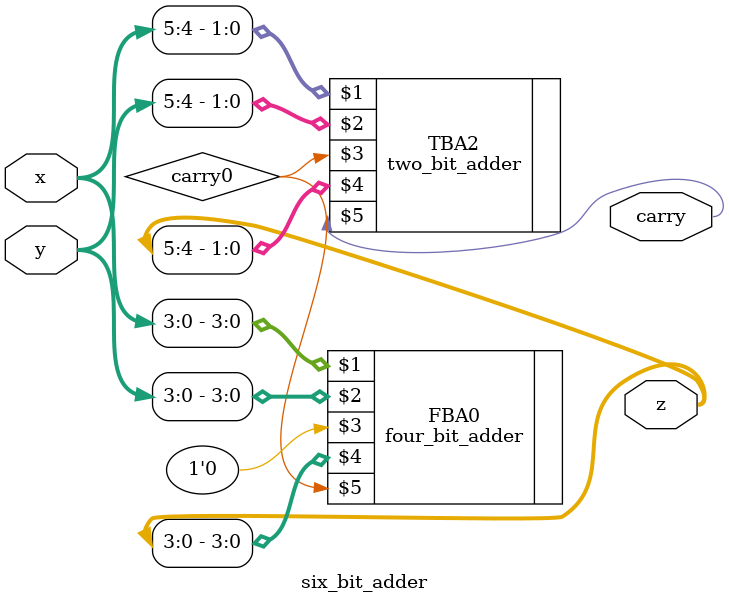
<source format=v>
`timescale 1ns / 1ps

module six_bit_adder(x, y, z, carry);
	input [5:0] x;input [5:0] y;
	output[5:0] z;wire [5:0] z;output carry;wire carry;wire carry0;
	four_bit_adder FBA0 (x[3:0], y[3:0], 1'b0, z[3:0], carry0);
	two_bit_adder TBA2 (x[5:4], y[5:4], carry0, z[5:4], carry);
endmodule

</source>
